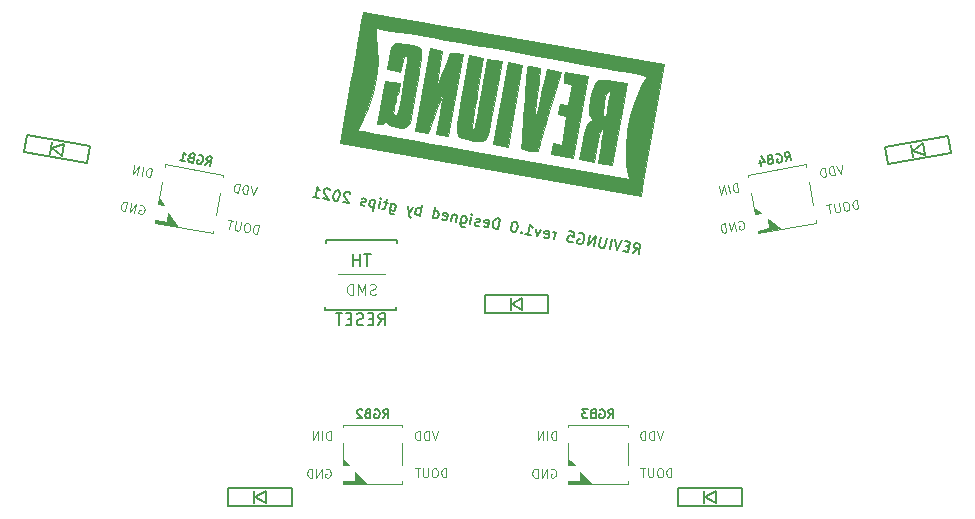
<source format=gbo>
%TF.GenerationSoftware,KiCad,Pcbnew,(5.1.9-0-10_14)*%
%TF.CreationDate,2021-06-24T13:30:28+09:00*%
%TF.ProjectId,reviung5,72657669-756e-4673-952e-6b696361645f,1*%
%TF.SameCoordinates,PX1c9c380PY1c9c380*%
%TF.FileFunction,Legend,Bot*%
%TF.FilePolarity,Positive*%
%FSLAX46Y46*%
G04 Gerber Fmt 4.6, Leading zero omitted, Abs format (unit mm)*
G04 Created by KiCad (PCBNEW (5.1.9-0-10_14)) date 2021-06-24 13:30:28*
%MOMM*%
%LPD*%
G01*
G04 APERTURE LIST*
%ADD10C,0.150000*%
%ADD11C,0.010000*%
%ADD12C,0.100000*%
%ADD13C,0.120000*%
G04 APERTURE END LIST*
D10*
X62333102Y-24611486D02*
X62702965Y-24241520D01*
X62839574Y-24700791D02*
X62995857Y-23814464D01*
X62658209Y-23754928D01*
X62566355Y-23782250D01*
X62516707Y-23817013D01*
X62459617Y-23893984D01*
X62437290Y-24020602D01*
X62464612Y-24112456D01*
X62499376Y-24162104D01*
X62576346Y-24219194D01*
X62913995Y-24278731D01*
X62035110Y-24080241D02*
X61739667Y-24028147D01*
X61531187Y-24470087D02*
X61953247Y-24544508D01*
X62109530Y-23658181D01*
X61687470Y-23583760D01*
X61434234Y-23539108D02*
X60982508Y-24373340D01*
X60843349Y-23434919D01*
X60391623Y-24269151D02*
X60547907Y-23382824D01*
X60125846Y-23308404D02*
X59999331Y-24025906D01*
X59942241Y-24102877D01*
X59892593Y-24137641D01*
X59800739Y-24164962D01*
X59631915Y-24135194D01*
X59554945Y-24078104D01*
X59520181Y-24028456D01*
X59492859Y-23936602D01*
X59619374Y-23219099D01*
X59041030Y-24031005D02*
X59197313Y-23144678D01*
X58534557Y-23941700D01*
X58690841Y-23055374D01*
X57797072Y-22941296D02*
X57888926Y-22913974D01*
X58015544Y-22936300D01*
X58134720Y-23000833D01*
X58204248Y-23100129D01*
X58231570Y-23191983D01*
X58244008Y-23368249D01*
X58221682Y-23494867D01*
X58149707Y-23656250D01*
X58092617Y-23733220D01*
X57993321Y-23802748D01*
X57859261Y-23822627D01*
X57774848Y-23807743D01*
X57655672Y-23743211D01*
X57620908Y-23693563D01*
X57673003Y-23398121D01*
X57841827Y-23427889D01*
X56960393Y-22750249D02*
X57382453Y-22824669D01*
X57350239Y-23254172D01*
X57315475Y-23204524D01*
X57238505Y-23147434D01*
X57027474Y-23110223D01*
X56935620Y-23137545D01*
X56885972Y-23172309D01*
X56828882Y-23249279D01*
X56791672Y-23460310D01*
X56818994Y-23552164D01*
X56853758Y-23601812D01*
X56930728Y-23658902D01*
X57141758Y-23696112D01*
X57233612Y-23668790D01*
X57283260Y-23634026D01*
X55706752Y-23443082D02*
X55810941Y-22852197D01*
X55781173Y-23021022D02*
X55753851Y-22929168D01*
X55719087Y-22879519D01*
X55642117Y-22822429D01*
X55557705Y-22807545D01*
X54827867Y-23244593D02*
X54904837Y-23301683D01*
X55073662Y-23331451D01*
X55165516Y-23304129D01*
X55222606Y-23227159D01*
X55282142Y-22889511D01*
X55254820Y-22797657D01*
X55177850Y-22740567D01*
X55009026Y-22710798D01*
X54917172Y-22738120D01*
X54860082Y-22815090D01*
X54845198Y-22899502D01*
X55252374Y-23058335D01*
X54586966Y-22636378D02*
X54271747Y-23190052D01*
X54164905Y-22561957D01*
X53258802Y-23011442D02*
X53765274Y-23100747D01*
X53512038Y-23056095D02*
X53668321Y-22169768D01*
X53730407Y-22311270D01*
X53799935Y-22410566D01*
X53876905Y-22467656D01*
X52893831Y-22860052D02*
X52844183Y-22894816D01*
X52878947Y-22944464D01*
X52928595Y-22909700D01*
X52893831Y-22860052D01*
X52878947Y-22944464D01*
X52444346Y-21953948D02*
X52359934Y-21939064D01*
X52268080Y-21966386D01*
X52218431Y-22001150D01*
X52161341Y-22078120D01*
X52089367Y-22239502D01*
X52052157Y-22450532D01*
X52064594Y-22626798D01*
X52091916Y-22718652D01*
X52126680Y-22768301D01*
X52203650Y-22825391D01*
X52288062Y-22840275D01*
X52379917Y-22812953D01*
X52429565Y-22778189D01*
X52486655Y-22701219D01*
X52558629Y-22539837D01*
X52595840Y-22328807D01*
X52583402Y-22152540D01*
X52556080Y-22060686D01*
X52521316Y-22011038D01*
X52444346Y-21953948D01*
X50937469Y-22602129D02*
X51093752Y-21715802D01*
X50882722Y-21678592D01*
X50748662Y-21698471D01*
X50649366Y-21767999D01*
X50592275Y-21844969D01*
X50520301Y-22006351D01*
X50497975Y-22132970D01*
X50510413Y-22309236D01*
X50537735Y-22401090D01*
X50607263Y-22500386D01*
X50726439Y-22564919D01*
X50937469Y-22602129D01*
X49720936Y-22344103D02*
X49797906Y-22401193D01*
X49966730Y-22430961D01*
X50058584Y-22403639D01*
X50115674Y-22326669D01*
X50175211Y-21989021D01*
X50147889Y-21897167D01*
X50070919Y-21840077D01*
X49902095Y-21810308D01*
X49810240Y-21837630D01*
X49753150Y-21914600D01*
X49738266Y-21999012D01*
X50145442Y-22157845D01*
X49341081Y-22277124D02*
X49249227Y-22304446D01*
X49080403Y-22274678D01*
X49003433Y-22217588D01*
X48976111Y-22125734D01*
X48983553Y-22083528D01*
X49040643Y-22006558D01*
X49132497Y-21979236D01*
X49259116Y-22001562D01*
X49350970Y-21974240D01*
X49408060Y-21897270D01*
X49415502Y-21855064D01*
X49388180Y-21763210D01*
X49311210Y-21706120D01*
X49184592Y-21683793D01*
X49092738Y-21711115D01*
X48573930Y-22185373D02*
X48678119Y-21594489D01*
X48730214Y-21299046D02*
X48764978Y-21348694D01*
X48715330Y-21383458D01*
X48680566Y-21333810D01*
X48730214Y-21299046D01*
X48715330Y-21383458D01*
X47876204Y-21453089D02*
X47749689Y-22170592D01*
X47777011Y-22262446D01*
X47811775Y-22312094D01*
X47888745Y-22369185D01*
X48015363Y-22391511D01*
X48107217Y-22364189D01*
X47779458Y-22001768D02*
X47856428Y-22058858D01*
X48025252Y-22088626D01*
X48117106Y-22061304D01*
X48166754Y-22026540D01*
X48223844Y-21949570D01*
X48268497Y-21696334D01*
X48241175Y-21604480D01*
X48206411Y-21554832D01*
X48129441Y-21497742D01*
X47960616Y-21467973D01*
X47868762Y-21495295D01*
X47454144Y-21378669D02*
X47349955Y-21969553D01*
X47439260Y-21463081D02*
X47404496Y-21413433D01*
X47327526Y-21356342D01*
X47200908Y-21334016D01*
X47109053Y-21361338D01*
X47051963Y-21438308D01*
X46970101Y-21902575D01*
X46217834Y-21726412D02*
X46294804Y-21783502D01*
X46463628Y-21813270D01*
X46555482Y-21785948D01*
X46612572Y-21708978D01*
X46672109Y-21371330D01*
X46644787Y-21279475D01*
X46567817Y-21222385D01*
X46398993Y-21192617D01*
X46307139Y-21219939D01*
X46250048Y-21296909D01*
X46235164Y-21381321D01*
X46642341Y-21540154D01*
X45408477Y-21627218D02*
X45564760Y-20740891D01*
X45415919Y-21585012D02*
X45492889Y-21642102D01*
X45661713Y-21671871D01*
X45753567Y-21644549D01*
X45803215Y-21609785D01*
X45860306Y-21532815D01*
X45904958Y-21279579D01*
X45877636Y-21187724D01*
X45842872Y-21138076D01*
X45765902Y-21080986D01*
X45597078Y-21051218D01*
X45505224Y-21078540D01*
X44311120Y-21433725D02*
X44467403Y-20547398D01*
X44407866Y-20885046D02*
X44330896Y-20827956D01*
X44162072Y-20798188D01*
X44070218Y-20825510D01*
X44020570Y-20860274D01*
X43963480Y-20937244D01*
X43918827Y-21190480D01*
X43946149Y-21282334D01*
X43980913Y-21331982D01*
X44057883Y-21389072D01*
X44226708Y-21418841D01*
X44318562Y-21391519D01*
X43697806Y-20716325D02*
X43382587Y-21269999D01*
X43275745Y-20641904D02*
X43382587Y-21269999D01*
X43429788Y-21495914D01*
X43464552Y-21545562D01*
X43541522Y-21602652D01*
X41882946Y-20396316D02*
X41756431Y-21113819D01*
X41783753Y-21205673D01*
X41818517Y-21255321D01*
X41895487Y-21312411D01*
X42022105Y-21334738D01*
X42113959Y-21307416D01*
X41786199Y-20944995D02*
X41863169Y-21002085D01*
X42031993Y-21031853D01*
X42123847Y-21004531D01*
X42173495Y-20969767D01*
X42230586Y-20892797D01*
X42275238Y-20639561D01*
X42247916Y-20547707D01*
X42213152Y-20498059D01*
X42136182Y-20440969D01*
X41967358Y-20411200D01*
X41875504Y-20438522D01*
X41587503Y-20344222D02*
X41249855Y-20284685D01*
X41512980Y-20026453D02*
X41379023Y-20786162D01*
X41321932Y-20863132D01*
X41230078Y-20890454D01*
X41145666Y-20875570D01*
X40850224Y-20823475D02*
X40954413Y-20232591D01*
X41006507Y-19937148D02*
X41041271Y-19986796D01*
X40991623Y-20021560D01*
X40956859Y-19971912D01*
X41006507Y-19937148D01*
X40991623Y-20021560D01*
X40532352Y-20158170D02*
X40376069Y-21044497D01*
X40524910Y-20200376D02*
X40447940Y-20143286D01*
X40279116Y-20113518D01*
X40187262Y-20140840D01*
X40137614Y-20175604D01*
X40080524Y-20252574D01*
X40035871Y-20505810D01*
X40063193Y-20597664D01*
X40097957Y-20647312D01*
X40174927Y-20704402D01*
X40343751Y-20734171D01*
X40435605Y-20706849D01*
X39675897Y-20572891D02*
X39584042Y-20600213D01*
X39415218Y-20570445D01*
X39338248Y-20513355D01*
X39310926Y-20421501D01*
X39318368Y-20379295D01*
X39375459Y-20302325D01*
X39467313Y-20275003D01*
X39593931Y-20297329D01*
X39685785Y-20270007D01*
X39742875Y-20193037D01*
X39750317Y-20150831D01*
X39722995Y-20058977D01*
X39646025Y-20001887D01*
X39519407Y-19979560D01*
X39427553Y-20006882D01*
X38417054Y-19567595D02*
X38382290Y-19517946D01*
X38305320Y-19460856D01*
X38094290Y-19423646D01*
X38002436Y-19450968D01*
X37952788Y-19485732D01*
X37895698Y-19562702D01*
X37880813Y-19647114D01*
X37900693Y-19781174D01*
X38317861Y-20376951D01*
X37769182Y-20280205D01*
X37376787Y-19297131D02*
X37292375Y-19282247D01*
X37200521Y-19309569D01*
X37150873Y-19344333D01*
X37093783Y-19421303D01*
X37021808Y-19582685D01*
X36984598Y-19793715D01*
X36997036Y-19969981D01*
X37024358Y-20061835D01*
X37059122Y-20111483D01*
X37136092Y-20168574D01*
X37220504Y-20183458D01*
X37312358Y-20156136D01*
X37362006Y-20121372D01*
X37419096Y-20044402D01*
X37491071Y-19883020D01*
X37528281Y-19671989D01*
X37515843Y-19495723D01*
X37488521Y-19403869D01*
X37453757Y-19354221D01*
X37376787Y-19297131D01*
X36728812Y-19269912D02*
X36694048Y-19220264D01*
X36617078Y-19163174D01*
X36406048Y-19125963D01*
X36314194Y-19153285D01*
X36264546Y-19188049D01*
X36207456Y-19265019D01*
X36192572Y-19349431D01*
X36212451Y-19483492D01*
X36629619Y-20079269D01*
X36080941Y-19982522D01*
X35236820Y-19833681D02*
X35743292Y-19922986D01*
X35490056Y-19878333D02*
X35646339Y-18992006D01*
X35708425Y-19133508D01*
X35777953Y-19232805D01*
X35854923Y-19289895D01*
D11*
%TO.C,G\u002A\u002A\u002A*%
G36*
X42885860Y-6869915D02*
G01*
X42559226Y-6842663D01*
X42337028Y-6848688D01*
X42303490Y-6856526D01*
X42131960Y-6935761D01*
X42000202Y-7064939D01*
X41893164Y-7274510D01*
X41795798Y-7594922D01*
X41693054Y-8056626D01*
X41681088Y-8115804D01*
X41501122Y-9011572D01*
X42080595Y-9140230D01*
X42660066Y-9268887D01*
X42773752Y-8624144D01*
X42857884Y-8230589D01*
X42946450Y-7992797D01*
X43029841Y-7898208D01*
X43154577Y-7868126D01*
X43228180Y-7988154D01*
X43228606Y-7989456D01*
X43229772Y-8123503D01*
X43201958Y-8401119D01*
X43150020Y-8794060D01*
X43078813Y-9274081D01*
X42993192Y-9812939D01*
X42898014Y-10382390D01*
X42798133Y-10954189D01*
X42698405Y-11500093D01*
X42603683Y-11991857D01*
X42518824Y-12401239D01*
X42448684Y-12699992D01*
X42398116Y-12859874D01*
X42388718Y-12875273D01*
X42241627Y-12929834D01*
X42162237Y-12905314D01*
X42105361Y-12838176D01*
X42085504Y-12705244D01*
X42103254Y-12473751D01*
X42159203Y-12110926D01*
X42178569Y-11999595D01*
X42255991Y-11611014D01*
X42329470Y-11334937D01*
X42391534Y-11197439D01*
X42411395Y-11187065D01*
X42472806Y-11116922D01*
X42540073Y-10919909D01*
X42582481Y-10724680D01*
X42666712Y-10246980D01*
X41363893Y-10017258D01*
X40720671Y-13665149D01*
X40934753Y-13702898D01*
X41163900Y-13668577D01*
X41275207Y-13579794D01*
X41401581Y-13418942D01*
X41657646Y-13647228D01*
X41955677Y-13835810D01*
X42367570Y-13955268D01*
X42409556Y-13962945D01*
X42716570Y-14004398D01*
X42927271Y-13987327D01*
X43115293Y-13900457D01*
X43204047Y-13841260D01*
X43502696Y-13632144D01*
X44017681Y-10711521D01*
X44166695Y-9859766D01*
X44284311Y-9164195D01*
X44371297Y-8607564D01*
X44428427Y-8172625D01*
X44456469Y-7842133D01*
X44456196Y-7598842D01*
X44428376Y-7425507D01*
X44373784Y-7304880D01*
X44293186Y-7219716D01*
X44187356Y-7152770D01*
X44176979Y-7147239D01*
X43962488Y-7069104D01*
X43640480Y-6991358D01*
X43263941Y-6922220D01*
X42885860Y-6869915D01*
G37*
X42885860Y-6869915D02*
X42559226Y-6842663D01*
X42337028Y-6848688D01*
X42303490Y-6856526D01*
X42131960Y-6935761D01*
X42000202Y-7064939D01*
X41893164Y-7274510D01*
X41795798Y-7594922D01*
X41693054Y-8056626D01*
X41681088Y-8115804D01*
X41501122Y-9011572D01*
X42080595Y-9140230D01*
X42660066Y-9268887D01*
X42773752Y-8624144D01*
X42857884Y-8230589D01*
X42946450Y-7992797D01*
X43029841Y-7898208D01*
X43154577Y-7868126D01*
X43228180Y-7988154D01*
X43228606Y-7989456D01*
X43229772Y-8123503D01*
X43201958Y-8401119D01*
X43150020Y-8794060D01*
X43078813Y-9274081D01*
X42993192Y-9812939D01*
X42898014Y-10382390D01*
X42798133Y-10954189D01*
X42698405Y-11500093D01*
X42603683Y-11991857D01*
X42518824Y-12401239D01*
X42448684Y-12699992D01*
X42398116Y-12859874D01*
X42388718Y-12875273D01*
X42241627Y-12929834D01*
X42162237Y-12905314D01*
X42105361Y-12838176D01*
X42085504Y-12705244D01*
X42103254Y-12473751D01*
X42159203Y-12110926D01*
X42178569Y-11999595D01*
X42255991Y-11611014D01*
X42329470Y-11334937D01*
X42391534Y-11197439D01*
X42411395Y-11187065D01*
X42472806Y-11116922D01*
X42540073Y-10919909D01*
X42582481Y-10724680D01*
X42666712Y-10246980D01*
X41363893Y-10017258D01*
X40720671Y-13665149D01*
X40934753Y-13702898D01*
X41163900Y-13668577D01*
X41275207Y-13579794D01*
X41401581Y-13418942D01*
X41657646Y-13647228D01*
X41955677Y-13835810D01*
X42367570Y-13955268D01*
X42409556Y-13962945D01*
X42716570Y-14004398D01*
X42927271Y-13987327D01*
X43115293Y-13900457D01*
X43204047Y-13841260D01*
X43502696Y-13632144D01*
X44017681Y-10711521D01*
X44166695Y-9859766D01*
X44284311Y-9164195D01*
X44371297Y-8607564D01*
X44428427Y-8172625D01*
X44456469Y-7842133D01*
X44456196Y-7598842D01*
X44428376Y-7425507D01*
X44373784Y-7304880D01*
X44293186Y-7219716D01*
X44187356Y-7152770D01*
X44176979Y-7147239D01*
X43962488Y-7069104D01*
X43640480Y-6991358D01*
X43263941Y-6922220D01*
X42885860Y-6869915D01*
G36*
X47125678Y-7636974D02*
G01*
X46957257Y-7638344D01*
X46867265Y-7693551D01*
X46821728Y-7778030D01*
X46765316Y-7920274D01*
X46658301Y-8195997D01*
X46512781Y-8573814D01*
X46340852Y-9022333D01*
X46199558Y-9392258D01*
X45655537Y-10818768D01*
X45926759Y-9142658D01*
X46197980Y-7466548D01*
X45159475Y-7283432D01*
X43934291Y-14231797D01*
X45028956Y-14424816D01*
X45607892Y-12847742D01*
X45794341Y-12346816D01*
X45965907Y-11898872D01*
X46111443Y-11531998D01*
X46219803Y-11274277D01*
X46279841Y-11153796D01*
X46280562Y-11152864D01*
X46292290Y-11198391D01*
X46271297Y-11393106D01*
X46221321Y-11713612D01*
X46146098Y-12136517D01*
X46049364Y-12638425D01*
X46019724Y-12786027D01*
X45665149Y-14536994D01*
X46713637Y-14721871D01*
X47938822Y-7773506D01*
X47419349Y-7681909D01*
X47125678Y-7636974D01*
G37*
X47125678Y-7636974D02*
X46957257Y-7638344D01*
X46867265Y-7693551D01*
X46821728Y-7778030D01*
X46765316Y-7920274D01*
X46658301Y-8195997D01*
X46512781Y-8573814D01*
X46340852Y-9022333D01*
X46199558Y-9392258D01*
X45655537Y-10818768D01*
X45926759Y-9142658D01*
X46197980Y-7466548D01*
X45159475Y-7283432D01*
X43934291Y-14231797D01*
X45028956Y-14424816D01*
X45607892Y-12847742D01*
X45794341Y-12346816D01*
X45965907Y-11898872D01*
X46111443Y-11531998D01*
X46219803Y-11274277D01*
X46279841Y-11153796D01*
X46280562Y-11152864D01*
X46292290Y-11198391D01*
X46271297Y-11393106D01*
X46221321Y-11713612D01*
X46146098Y-12136517D01*
X46049364Y-12638425D01*
X46019724Y-12786027D01*
X45665149Y-14536994D01*
X46713637Y-14721871D01*
X47938822Y-7773506D01*
X47419349Y-7681909D01*
X47125678Y-7636974D01*
G36*
X49493848Y-11143912D02*
G01*
X49351939Y-11946025D01*
X49236215Y-12590913D01*
X49142867Y-13095171D01*
X49068088Y-13475393D01*
X49008067Y-13748176D01*
X48958996Y-13930114D01*
X48917068Y-14037801D01*
X48878471Y-14087834D01*
X48839400Y-14096807D01*
X48817526Y-14090715D01*
X48779810Y-14065209D01*
X48755267Y-14010453D01*
X48745918Y-13909125D01*
X48753790Y-13743908D01*
X48780908Y-13497483D01*
X48829294Y-13152528D01*
X48900975Y-12691726D01*
X48997975Y-12097758D01*
X49122318Y-11353304D01*
X49172160Y-11057032D01*
X49673632Y-8079400D01*
X48459949Y-7865395D01*
X47955909Y-10754222D01*
X47833678Y-11466768D01*
X47721832Y-12141822D01*
X47624105Y-12755042D01*
X47544227Y-13282084D01*
X47485936Y-13698604D01*
X47452961Y-13980259D01*
X47446891Y-14073443D01*
X47458268Y-14379853D01*
X47519307Y-14597831D01*
X47657924Y-14751854D01*
X47902037Y-14866403D01*
X48279564Y-14965954D01*
X48522897Y-15016915D01*
X48906985Y-15085887D01*
X49242942Y-15131275D01*
X49481920Y-15147175D01*
X49553300Y-15141455D01*
X49669541Y-15112107D01*
X49767399Y-15072577D01*
X49851943Y-15006463D01*
X49928248Y-14897362D01*
X50001383Y-14728872D01*
X50076421Y-14484592D01*
X50158432Y-14148120D01*
X50252490Y-13703053D01*
X50363666Y-13132991D01*
X50497031Y-12421531D01*
X50649561Y-11596157D01*
X51247200Y-8356862D01*
X50023332Y-8141061D01*
X49493848Y-11143912D01*
G37*
X49493848Y-11143912D02*
X49351939Y-11946025D01*
X49236215Y-12590913D01*
X49142867Y-13095171D01*
X49068088Y-13475393D01*
X49008067Y-13748176D01*
X48958996Y-13930114D01*
X48917068Y-14037801D01*
X48878471Y-14087834D01*
X48839400Y-14096807D01*
X48817526Y-14090715D01*
X48779810Y-14065209D01*
X48755267Y-14010453D01*
X48745918Y-13909125D01*
X48753790Y-13743908D01*
X48780908Y-13497483D01*
X48829294Y-13152528D01*
X48900975Y-12691726D01*
X48997975Y-12097758D01*
X49122318Y-11353304D01*
X49172160Y-11057032D01*
X49673632Y-8079400D01*
X48459949Y-7865395D01*
X47955909Y-10754222D01*
X47833678Y-11466768D01*
X47721832Y-12141822D01*
X47624105Y-12755042D01*
X47544227Y-13282084D01*
X47485936Y-13698604D01*
X47452961Y-13980259D01*
X47446891Y-14073443D01*
X47458268Y-14379853D01*
X47519307Y-14597831D01*
X47657924Y-14751854D01*
X47902037Y-14866403D01*
X48279564Y-14965954D01*
X48522897Y-15016915D01*
X48906985Y-15085887D01*
X49242942Y-15131275D01*
X49481920Y-15147175D01*
X49553300Y-15141455D01*
X49669541Y-15112107D01*
X49767399Y-15072577D01*
X49851943Y-15006463D01*
X49928248Y-14897362D01*
X50001383Y-14728872D01*
X50076421Y-14484592D01*
X50158432Y-14148120D01*
X50252490Y-13703053D01*
X50363666Y-13132991D01*
X50497031Y-12421531D01*
X50649561Y-11596157D01*
X51247200Y-8356862D01*
X50023332Y-8141061D01*
X49493848Y-11143912D01*
G36*
X50535239Y-15395723D02*
G01*
X51751203Y-15610130D01*
X52976387Y-8661764D01*
X51760423Y-8447357D01*
X50535239Y-15395723D01*
G37*
X50535239Y-15395723D02*
X51751203Y-15610130D01*
X52976387Y-8661764D01*
X51760423Y-8447357D01*
X50535239Y-15395723D01*
G36*
X54974950Y-9484328D02*
G01*
X54906994Y-9815962D01*
X54834431Y-10129002D01*
X54806192Y-10237031D01*
X54759948Y-10421223D01*
X54684482Y-10742186D01*
X54587965Y-11164314D01*
X54478561Y-11651995D01*
X54395721Y-12026797D01*
X54288072Y-12509439D01*
X54192605Y-12923200D01*
X54115795Y-13241150D01*
X54064122Y-13436354D01*
X54044839Y-13485705D01*
X54037268Y-13370216D01*
X54054119Y-13080886D01*
X54095308Y-12618554D01*
X54160754Y-11984058D01*
X54250373Y-11178236D01*
X54364084Y-10201926D01*
X54387173Y-10007573D01*
X54515161Y-8933092D01*
X53962910Y-8835715D01*
X53657034Y-8788907D01*
X53483818Y-8786771D01*
X53404361Y-8832990D01*
X53384607Y-8890466D01*
X53372955Y-9010686D01*
X53351190Y-9286357D01*
X53320780Y-9696925D01*
X53283199Y-10221832D01*
X53239916Y-10840521D01*
X53192403Y-11532437D01*
X53142129Y-12277024D01*
X53139953Y-12309536D01*
X53089800Y-13054079D01*
X53042603Y-13745249D01*
X52999795Y-14362784D01*
X52962808Y-14886414D01*
X52933073Y-15295875D01*
X52912024Y-15570901D01*
X52901093Y-15691226D01*
X52900832Y-15692851D01*
X52936645Y-15762627D01*
X53087026Y-15827075D01*
X53376531Y-15894898D01*
X53575148Y-15931741D01*
X53899423Y-15981183D01*
X54146468Y-16004187D01*
X54274370Y-15997338D01*
X54283165Y-15989417D01*
X54311807Y-15884870D01*
X54380782Y-15644993D01*
X54480286Y-15303570D01*
X54600518Y-14894386D01*
X54623065Y-14817970D01*
X54762197Y-14345729D01*
X54898277Y-13882113D01*
X55015532Y-13480956D01*
X55097067Y-13200004D01*
X55167804Y-12954819D01*
X55277161Y-12576288D01*
X55414705Y-12100495D01*
X55570006Y-11563524D01*
X55732630Y-11001460D01*
X55743701Y-10963205D01*
X56243053Y-9237766D01*
X55060897Y-9029320D01*
X54974950Y-9484328D01*
G37*
X54974950Y-9484328D02*
X54906994Y-9815962D01*
X54834431Y-10129002D01*
X54806192Y-10237031D01*
X54759948Y-10421223D01*
X54684482Y-10742186D01*
X54587965Y-11164314D01*
X54478561Y-11651995D01*
X54395721Y-12026797D01*
X54288072Y-12509439D01*
X54192605Y-12923200D01*
X54115795Y-13241150D01*
X54064122Y-13436354D01*
X54044839Y-13485705D01*
X54037268Y-13370216D01*
X54054119Y-13080886D01*
X54095308Y-12618554D01*
X54160754Y-11984058D01*
X54250373Y-11178236D01*
X54364084Y-10201926D01*
X54387173Y-10007573D01*
X54515161Y-8933092D01*
X53962910Y-8835715D01*
X53657034Y-8788907D01*
X53483818Y-8786771D01*
X53404361Y-8832990D01*
X53384607Y-8890466D01*
X53372955Y-9010686D01*
X53351190Y-9286357D01*
X53320780Y-9696925D01*
X53283199Y-10221832D01*
X53239916Y-10840521D01*
X53192403Y-11532437D01*
X53142129Y-12277024D01*
X53139953Y-12309536D01*
X53089800Y-13054079D01*
X53042603Y-13745249D01*
X52999795Y-14362784D01*
X52962808Y-14886414D01*
X52933073Y-15295875D01*
X52912024Y-15570901D01*
X52901093Y-15691226D01*
X52900832Y-15692851D01*
X52936645Y-15762627D01*
X53087026Y-15827075D01*
X53376531Y-15894898D01*
X53575148Y-15931741D01*
X53899423Y-15981183D01*
X54146468Y-16004187D01*
X54274370Y-15997338D01*
X54283165Y-15989417D01*
X54311807Y-15884870D01*
X54380782Y-15644993D01*
X54480286Y-15303570D01*
X54600518Y-14894386D01*
X54623065Y-14817970D01*
X54762197Y-14345729D01*
X54898277Y-13882113D01*
X55015532Y-13480956D01*
X55097067Y-13200004D01*
X55167804Y-12954819D01*
X55277161Y-12576288D01*
X55414705Y-12100495D01*
X55570006Y-11563524D01*
X55732630Y-11001460D01*
X55743701Y-10963205D01*
X56243053Y-9237766D01*
X55060897Y-9029320D01*
X54974950Y-9484328D01*
G36*
X56547705Y-9739259D02*
G01*
X56516532Y-10040262D01*
X56555111Y-10187798D01*
X56578292Y-10200656D01*
X56738324Y-10239366D01*
X56943595Y-10287458D01*
X57201737Y-10347134D01*
X56895441Y-12084226D01*
X56589063Y-12044164D01*
X56364962Y-12016280D01*
X56223708Y-12001278D01*
X56216102Y-12000789D01*
X56164033Y-12077296D01*
X56104660Y-12276261D01*
X56073827Y-12426757D01*
X55998134Y-12856036D01*
X56362556Y-12947831D01*
X56726978Y-13039626D01*
X56525304Y-14235447D01*
X56323629Y-15431267D01*
X55567558Y-15297951D01*
X55399095Y-16253352D01*
X57309895Y-16590277D01*
X58535079Y-9641912D01*
X56624279Y-9304986D01*
X56547705Y-9739259D01*
G37*
X56547705Y-9739259D02*
X56516532Y-10040262D01*
X56555111Y-10187798D01*
X56578292Y-10200656D01*
X56738324Y-10239366D01*
X56943595Y-10287458D01*
X57201737Y-10347134D01*
X56895441Y-12084226D01*
X56589063Y-12044164D01*
X56364962Y-12016280D01*
X56223708Y-12001278D01*
X56216102Y-12000789D01*
X56164033Y-12077296D01*
X56104660Y-12276261D01*
X56073827Y-12426757D01*
X55998134Y-12856036D01*
X56362556Y-12947831D01*
X56726978Y-13039626D01*
X56525304Y-14235447D01*
X56323629Y-15431267D01*
X55567558Y-15297951D01*
X55399095Y-16253352D01*
X57309895Y-16590277D01*
X58535079Y-9641912D01*
X56624279Y-9304986D01*
X56547705Y-9739259D01*
G36*
X60696104Y-10038230D02*
G01*
X60229718Y-9969424D01*
X59903692Y-9928351D01*
X59684087Y-9915675D01*
X59536963Y-9932066D01*
X59428381Y-9978192D01*
X59324401Y-10054718D01*
X59311250Y-10065460D01*
X59128885Y-10301378D01*
X58961878Y-10681789D01*
X58819883Y-11174892D01*
X58712554Y-11748883D01*
X58661110Y-12207204D01*
X58641782Y-12579977D01*
X58661715Y-12830777D01*
X58727846Y-13011031D01*
X58780212Y-13090519D01*
X58891347Y-13252060D01*
X58891050Y-13339522D01*
X58774139Y-13419617D01*
X58753771Y-13430935D01*
X58607705Y-13551254D01*
X58479142Y-13751699D01*
X58360805Y-14053132D01*
X58245422Y-14476408D01*
X58125714Y-15042390D01*
X58051331Y-15444854D01*
X57831023Y-16682166D01*
X59042684Y-16895815D01*
X59315220Y-15489741D01*
X59419021Y-14963128D01*
X59499153Y-14585784D01*
X59563047Y-14333353D01*
X59618133Y-14181477D01*
X59671842Y-14105802D01*
X59731604Y-14081969D01*
X59744898Y-14081281D01*
X59800750Y-14092711D01*
X59833133Y-14145174D01*
X59840417Y-14262878D01*
X59820973Y-14470027D01*
X59773174Y-14790826D01*
X59695390Y-15249483D01*
X59648222Y-15518364D01*
X59394405Y-16957833D01*
X60610369Y-17172240D01*
X61490970Y-12178102D01*
X60275006Y-11963695D01*
X60197279Y-12374053D01*
X60123146Y-12711340D01*
X60060508Y-12943042D01*
X60017269Y-13036646D01*
X60014088Y-13037125D01*
X59908346Y-12962422D01*
X59858757Y-12902270D01*
X59832400Y-12756212D01*
X59844232Y-12487417D01*
X59885898Y-12143284D01*
X59949035Y-11771212D01*
X60025290Y-11418599D01*
X60106303Y-11132848D01*
X60183717Y-10961355D01*
X60204871Y-10939356D01*
X60348682Y-10870429D01*
X60396957Y-10865761D01*
X60408932Y-10951767D01*
X60391505Y-11177774D01*
X60348367Y-11510525D01*
X60283215Y-11916767D01*
X60275006Y-11963695D01*
X61490970Y-12178102D01*
X61837987Y-10210069D01*
X60696104Y-10038230D01*
G37*
X60696104Y-10038230D02*
X60229718Y-9969424D01*
X59903692Y-9928351D01*
X59684087Y-9915675D01*
X59536963Y-9932066D01*
X59428381Y-9978192D01*
X59324401Y-10054718D01*
X59311250Y-10065460D01*
X59128885Y-10301378D01*
X58961878Y-10681789D01*
X58819883Y-11174892D01*
X58712554Y-11748883D01*
X58661110Y-12207204D01*
X58641782Y-12579977D01*
X58661715Y-12830777D01*
X58727846Y-13011031D01*
X58780212Y-13090519D01*
X58891347Y-13252060D01*
X58891050Y-13339522D01*
X58774139Y-13419617D01*
X58753771Y-13430935D01*
X58607705Y-13551254D01*
X58479142Y-13751699D01*
X58360805Y-14053132D01*
X58245422Y-14476408D01*
X58125714Y-15042390D01*
X58051331Y-15444854D01*
X57831023Y-16682166D01*
X59042684Y-16895815D01*
X59315220Y-15489741D01*
X59419021Y-14963128D01*
X59499153Y-14585784D01*
X59563047Y-14333353D01*
X59618133Y-14181477D01*
X59671842Y-14105802D01*
X59731604Y-14081969D01*
X59744898Y-14081281D01*
X59800750Y-14092711D01*
X59833133Y-14145174D01*
X59840417Y-14262878D01*
X59820973Y-14470027D01*
X59773174Y-14790826D01*
X59695390Y-15249483D01*
X59648222Y-15518364D01*
X59394405Y-16957833D01*
X60610369Y-17172240D01*
X61490970Y-12178102D01*
X60275006Y-11963695D01*
X60197279Y-12374053D01*
X60123146Y-12711340D01*
X60060508Y-12943042D01*
X60017269Y-13036646D01*
X60014088Y-13037125D01*
X59908346Y-12962422D01*
X59858757Y-12902270D01*
X59832400Y-12756212D01*
X59844232Y-12487417D01*
X59885898Y-12143284D01*
X59949035Y-11771212D01*
X60025290Y-11418599D01*
X60106303Y-11132848D01*
X60183717Y-10961355D01*
X60204871Y-10939356D01*
X60348682Y-10870429D01*
X60396957Y-10865761D01*
X60408932Y-10951767D01*
X60391505Y-11177774D01*
X60348367Y-11510525D01*
X60283215Y-11916767D01*
X60275006Y-11963695D01*
X61490970Y-12178102D01*
X61837987Y-10210069D01*
X60696104Y-10038230D01*
G36*
X50287110Y-6038864D02*
G01*
X48472172Y-5720669D01*
X46821582Y-5432666D01*
X45336235Y-5175004D01*
X44017031Y-4947837D01*
X42864865Y-4751316D01*
X41880633Y-4585592D01*
X41065232Y-4450817D01*
X40419561Y-4347144D01*
X39944515Y-4274725D01*
X39640991Y-4233710D01*
X39509885Y-4224252D01*
X39504299Y-4226366D01*
X39481966Y-4325437D01*
X39432595Y-4583422D01*
X39358841Y-4985362D01*
X39263357Y-5516301D01*
X39148797Y-6161280D01*
X39017817Y-6905341D01*
X38873068Y-7733527D01*
X38717206Y-8630880D01*
X38552884Y-9582440D01*
X38518194Y-9784009D01*
X37576332Y-15260038D01*
X63022160Y-19746824D01*
X63236567Y-18530860D01*
X61999909Y-18312804D01*
X50502026Y-16285417D01*
X49103931Y-16038600D01*
X47754641Y-15799826D01*
X46464257Y-15570907D01*
X45242879Y-15353663D01*
X44100607Y-15149906D01*
X43047542Y-14961454D01*
X42093785Y-14790122D01*
X41249435Y-14637727D01*
X40524595Y-14506084D01*
X39929363Y-14397008D01*
X39473840Y-14312316D01*
X39168127Y-14253824D01*
X39022325Y-14223348D01*
X39010927Y-14219543D01*
X39053297Y-14130244D01*
X39161317Y-13922649D01*
X39315882Y-13633159D01*
X39409056Y-13460969D01*
X39947093Y-12298127D01*
X40354229Y-11046707D01*
X40624362Y-9742248D01*
X40751390Y-8420285D01*
X40729212Y-7116360D01*
X40635530Y-6317933D01*
X40591336Y-5988180D01*
X40572042Y-5727542D01*
X40580738Y-5583129D01*
X40586592Y-5571769D01*
X40679122Y-5578634D01*
X40935207Y-5614647D01*
X41344733Y-5678093D01*
X41897589Y-5767259D01*
X42583661Y-5880431D01*
X43392835Y-6015894D01*
X44314998Y-6171936D01*
X45340039Y-6346843D01*
X46457843Y-6538899D01*
X47658297Y-6746393D01*
X48931289Y-6967610D01*
X50266705Y-7200835D01*
X51654431Y-7444356D01*
X52114279Y-7525300D01*
X53812717Y-7824791D01*
X55344803Y-8095618D01*
X56717993Y-8339168D01*
X57939746Y-8556827D01*
X59017518Y-8749987D01*
X59958766Y-8920032D01*
X60770949Y-9068349D01*
X61461524Y-9196326D01*
X62037947Y-9305350D01*
X62507677Y-9396810D01*
X62878171Y-9472091D01*
X63156886Y-9532581D01*
X63351279Y-9579669D01*
X63468808Y-9614739D01*
X63516931Y-9639181D01*
X63518147Y-9646760D01*
X63450079Y-9765267D01*
X63320993Y-9998984D01*
X63153062Y-10307582D01*
X63057797Y-10484166D01*
X62506470Y-11690510D01*
X62101982Y-12974560D01*
X61848707Y-14310017D01*
X61751019Y-15670579D01*
X61813297Y-17029945D01*
X61881740Y-17553138D01*
X61999909Y-18312804D01*
X63236567Y-18530860D01*
X64982455Y-8629438D01*
X52265498Y-6387096D01*
X50287110Y-6038864D01*
G37*
X50287110Y-6038864D02*
X48472172Y-5720669D01*
X46821582Y-5432666D01*
X45336235Y-5175004D01*
X44017031Y-4947837D01*
X42864865Y-4751316D01*
X41880633Y-4585592D01*
X41065232Y-4450817D01*
X40419561Y-4347144D01*
X39944515Y-4274725D01*
X39640991Y-4233710D01*
X39509885Y-4224252D01*
X39504299Y-4226366D01*
X39481966Y-4325437D01*
X39432595Y-4583422D01*
X39358841Y-4985362D01*
X39263357Y-5516301D01*
X39148797Y-6161280D01*
X39017817Y-6905341D01*
X38873068Y-7733527D01*
X38717206Y-8630880D01*
X38552884Y-9582440D01*
X38518194Y-9784009D01*
X37576332Y-15260038D01*
X63022160Y-19746824D01*
X63236567Y-18530860D01*
X61999909Y-18312804D01*
X50502026Y-16285417D01*
X49103931Y-16038600D01*
X47754641Y-15799826D01*
X46464257Y-15570907D01*
X45242879Y-15353663D01*
X44100607Y-15149906D01*
X43047542Y-14961454D01*
X42093785Y-14790122D01*
X41249435Y-14637727D01*
X40524595Y-14506084D01*
X39929363Y-14397008D01*
X39473840Y-14312316D01*
X39168127Y-14253824D01*
X39022325Y-14223348D01*
X39010927Y-14219543D01*
X39053297Y-14130244D01*
X39161317Y-13922649D01*
X39315882Y-13633159D01*
X39409056Y-13460969D01*
X39947093Y-12298127D01*
X40354229Y-11046707D01*
X40624362Y-9742248D01*
X40751390Y-8420285D01*
X40729212Y-7116360D01*
X40635530Y-6317933D01*
X40591336Y-5988180D01*
X40572042Y-5727542D01*
X40580738Y-5583129D01*
X40586592Y-5571769D01*
X40679122Y-5578634D01*
X40935207Y-5614647D01*
X41344733Y-5678093D01*
X41897589Y-5767259D01*
X42583661Y-5880431D01*
X43392835Y-6015894D01*
X44314998Y-6171936D01*
X45340039Y-6346843D01*
X46457843Y-6538899D01*
X47658297Y-6746393D01*
X48931289Y-6967610D01*
X50266705Y-7200835D01*
X51654431Y-7444356D01*
X52114279Y-7525300D01*
X53812717Y-7824791D01*
X55344803Y-8095618D01*
X56717993Y-8339168D01*
X57939746Y-8556827D01*
X59017518Y-8749987D01*
X59958766Y-8920032D01*
X60770949Y-9068349D01*
X61461524Y-9196326D01*
X62037947Y-9305350D01*
X62507677Y-9396810D01*
X62878171Y-9472091D01*
X63156886Y-9532581D01*
X63351279Y-9579669D01*
X63468808Y-9614739D01*
X63516931Y-9639181D01*
X63518147Y-9646760D01*
X63450079Y-9765267D01*
X63320993Y-9998984D01*
X63153062Y-10307582D01*
X63057797Y-10484166D01*
X62506470Y-11690510D01*
X62101982Y-12974560D01*
X61848707Y-14310017D01*
X61751019Y-15670579D01*
X61813297Y-17029945D01*
X61881740Y-17553138D01*
X61999909Y-18312804D01*
X63236567Y-18530860D01*
X64982455Y-8629438D01*
X52265498Y-6387096D01*
X50287110Y-6038864D01*
D12*
%TO.C,RGB4*%
G36*
X73188100Y-21239998D02*
G01*
X72585703Y-20818195D01*
X72676000Y-21330295D01*
X73188100Y-21239998D01*
G37*
X73188100Y-21239998D02*
X72585703Y-20818195D01*
X72676000Y-21330295D01*
X73188100Y-21239998D01*
D13*
X77277054Y-18630312D02*
X77606985Y-20501447D01*
X77007899Y-17103860D02*
X77042629Y-17300822D01*
X77876140Y-22027899D02*
X77841410Y-21830937D01*
D12*
G36*
X72917371Y-22699178D02*
G01*
X73902179Y-22525530D01*
X73763261Y-21737684D01*
X74921717Y-22548843D01*
X72952101Y-22896140D01*
X72917371Y-22699178D01*
G37*
X72917371Y-22699178D02*
X73902179Y-22525530D01*
X73763261Y-21737684D01*
X74921717Y-22548843D01*
X72952101Y-22896140D01*
X72917371Y-22699178D01*
D13*
X72674264Y-21320447D02*
X72353015Y-19498553D01*
X72952101Y-22896140D02*
X72919108Y-22709026D01*
X72083860Y-17972101D02*
X72118590Y-18169063D01*
X72952101Y-22896140D02*
X77876140Y-22027899D01*
X77007899Y-17103860D02*
X72083860Y-17972101D01*
D12*
%TO.C,RGB3*%
G36*
X57420000Y-42550000D02*
G01*
X56900000Y-42030000D01*
X56900000Y-42550000D01*
X57420000Y-42550000D01*
G37*
X57420000Y-42550000D02*
X56900000Y-42030000D01*
X56900000Y-42550000D01*
X57420000Y-42550000D01*
D13*
X61900000Y-40690000D02*
X61900000Y-42590000D01*
X61900000Y-39140000D02*
X61900000Y-39340000D01*
X61900000Y-44140000D02*
X61900000Y-43940000D01*
D12*
G36*
X56900000Y-43940000D02*
G01*
X57900000Y-43940000D01*
X57900000Y-43140000D01*
X58900000Y-44140000D01*
X56900000Y-44140000D01*
X56900000Y-43940000D01*
G37*
X56900000Y-43940000D02*
X57900000Y-43940000D01*
X57900000Y-43140000D01*
X58900000Y-44140000D01*
X56900000Y-44140000D01*
X56900000Y-43940000D01*
D13*
X56900000Y-42540000D02*
X56900000Y-40690000D01*
X56900000Y-44140000D02*
X56900000Y-43950000D01*
X56900000Y-39140000D02*
X56900000Y-39340000D01*
X56900000Y-44140000D02*
X61900000Y-44140000D01*
X61900000Y-39140000D02*
X56900000Y-39140000D01*
D12*
%TO.C,RGB2*%
G36*
X38350000Y-42550000D02*
G01*
X37830000Y-42030000D01*
X37830000Y-42550000D01*
X38350000Y-42550000D01*
G37*
X38350000Y-42550000D02*
X37830000Y-42030000D01*
X37830000Y-42550000D01*
X38350000Y-42550000D01*
D13*
X42830000Y-40690000D02*
X42830000Y-42590000D01*
X42830000Y-39140000D02*
X42830000Y-39340000D01*
X42830000Y-44140000D02*
X42830000Y-43940000D01*
D12*
G36*
X37830000Y-43940000D02*
G01*
X38830000Y-43940000D01*
X38830000Y-43140000D01*
X39830000Y-44140000D01*
X37830000Y-44140000D01*
X37830000Y-43940000D01*
G37*
X37830000Y-43940000D02*
X38830000Y-43940000D01*
X38830000Y-43140000D01*
X39830000Y-44140000D01*
X37830000Y-44140000D01*
X37830000Y-43940000D01*
D13*
X37830000Y-42540000D02*
X37830000Y-40690000D01*
X37830000Y-44140000D02*
X37830000Y-43950000D01*
X37830000Y-39140000D02*
X37830000Y-39340000D01*
X37830000Y-44140000D02*
X42830000Y-44140000D01*
X42830000Y-39140000D02*
X37830000Y-39140000D01*
D12*
%TO.C,RGB1*%
G36*
X22662061Y-20552352D02*
G01*
X22240258Y-19949955D01*
X22149961Y-20462055D01*
X22662061Y-20552352D01*
G37*
X22662061Y-20552352D02*
X22240258Y-19949955D01*
X22149961Y-20462055D01*
X22662061Y-20552352D01*
D13*
X27396985Y-19498553D02*
X27067054Y-21369688D01*
X27666140Y-17972101D02*
X27631410Y-18169063D01*
X26797899Y-22896140D02*
X26832629Y-22699178D01*
D12*
G36*
X21908590Y-21830937D02*
G01*
X22893398Y-22004586D01*
X23032316Y-21216739D01*
X23843476Y-22375195D01*
X21873860Y-22027899D01*
X21908590Y-21830937D01*
G37*
X21908590Y-21830937D02*
X22893398Y-22004586D01*
X23032316Y-21216739D01*
X23843476Y-22375195D01*
X21873860Y-22027899D01*
X21908590Y-21830937D01*
D13*
X22151697Y-20452207D02*
X22472946Y-18630312D01*
X21873860Y-22027899D02*
X21906853Y-21840785D01*
X22742101Y-17103860D02*
X22707371Y-17300822D01*
X21873860Y-22027899D02*
X26797899Y-22896140D01*
X27666140Y-17972101D02*
X22742101Y-17103860D01*
D10*
%TO.C,D1*%
X16389217Y-15530244D02*
X16128745Y-17007456D01*
X11071255Y-14592544D02*
X16389217Y-15530244D01*
X10810783Y-16069756D02*
X11071255Y-14592544D01*
X16128745Y-17007456D02*
X10810783Y-16069756D01*
X13020772Y-16205580D02*
X13194420Y-15220772D01*
X14179228Y-15394420D02*
X13206077Y-15730541D01*
X14005580Y-16379228D02*
X14179228Y-15394420D01*
X13206077Y-15730541D02*
X14005580Y-16379228D01*
%TO.C,D2*%
X30400000Y-45250000D02*
X31300000Y-45750000D01*
X31300000Y-45750000D02*
X31300000Y-44750000D01*
X31300000Y-44750000D02*
X30400000Y-45250000D01*
X30300000Y-45750000D02*
X30300000Y-44750000D01*
X33500000Y-46000000D02*
X28100000Y-46000000D01*
X28100000Y-46000000D02*
X28100000Y-44500000D01*
X28100000Y-44500000D02*
X33500000Y-44500000D01*
X33500000Y-44500000D02*
X33500000Y-46000000D01*
%TO.C,D3*%
X55200000Y-28170000D02*
X55200000Y-29670000D01*
X49800000Y-28170000D02*
X55200000Y-28170000D01*
X49800000Y-29670000D02*
X49800000Y-28170000D01*
X55200000Y-29670000D02*
X49800000Y-29670000D01*
X52000000Y-29420000D02*
X52000000Y-28420000D01*
X53000000Y-28420000D02*
X52100000Y-28920000D01*
X53000000Y-29420000D02*
X53000000Y-28420000D01*
X52100000Y-28920000D02*
X53000000Y-29420000D01*
%TO.C,D4*%
X68500000Y-45250000D02*
X69400000Y-45750000D01*
X69400000Y-45750000D02*
X69400000Y-44750000D01*
X69400000Y-44750000D02*
X68500000Y-45250000D01*
X68400000Y-45750000D02*
X68400000Y-44750000D01*
X71600000Y-46000000D02*
X66200000Y-46000000D01*
X66200000Y-46000000D02*
X66200000Y-44500000D01*
X66200000Y-44500000D02*
X71600000Y-44500000D01*
X71600000Y-44500000D02*
X71600000Y-46000000D01*
%TO.C,D5*%
X89008745Y-14682544D02*
X89269217Y-16159756D01*
X83690783Y-15620244D02*
X89008745Y-14682544D01*
X83951255Y-17097456D02*
X83690783Y-15620244D01*
X89269217Y-16159756D02*
X83951255Y-17097456D01*
X86074420Y-16469228D02*
X85900772Y-15484420D01*
X86885580Y-15310772D02*
X86086077Y-15959459D01*
X87059228Y-16295580D02*
X86885580Y-15310772D01*
X86086077Y-15959459D02*
X87059228Y-16295580D01*
D13*
%TO.C,reset1*%
X37360000Y-26350000D02*
X41360000Y-26350000D01*
D10*
X42280000Y-29400000D02*
X42280000Y-29150000D01*
X36280000Y-29400000D02*
X42280000Y-29400000D01*
X36280000Y-29400000D02*
X36280000Y-29150000D01*
X36360000Y-23500000D02*
X36360000Y-23750000D01*
X42360000Y-23500000D02*
X42360000Y-23750000D01*
X36360000Y-23500000D02*
X42360000Y-23500000D01*
%TO.C,RGB4*%
X75310219Y-16833843D02*
X75494403Y-16438713D01*
X75732279Y-16759422D02*
X75602043Y-16020816D01*
X75320669Y-16070430D01*
X75256528Y-16118005D01*
X75227558Y-16159378D01*
X75204789Y-16235924D01*
X75223395Y-16341439D01*
X75270970Y-16405580D01*
X75312343Y-16434550D01*
X75388888Y-16457319D01*
X75670262Y-16407705D01*
X74482750Y-16254443D02*
X74546892Y-16206868D01*
X74652407Y-16188263D01*
X74764124Y-16204829D01*
X74846871Y-16262769D01*
X74894446Y-16326911D01*
X74954424Y-16461396D01*
X74973030Y-16566911D01*
X74962665Y-16713800D01*
X74939896Y-16790345D01*
X74881956Y-16873091D01*
X74782643Y-16926868D01*
X74712300Y-16939272D01*
X74600583Y-16922705D01*
X74559209Y-16893735D01*
X74515797Y-16647533D01*
X74656484Y-16622726D01*
X73940647Y-16676417D02*
X73841333Y-16730194D01*
X73812363Y-16771568D01*
X73789595Y-16848113D01*
X73808200Y-16953628D01*
X73855775Y-17017770D01*
X73897149Y-17046740D01*
X73973694Y-17069508D01*
X74255067Y-17019894D01*
X74124831Y-16281288D01*
X73878629Y-16324700D01*
X73814488Y-16372276D01*
X73785518Y-16413649D01*
X73762749Y-16490194D01*
X73775153Y-16560538D01*
X73822728Y-16624679D01*
X73864101Y-16653649D01*
X73940647Y-16676417D01*
X74186849Y-16633005D01*
X73113092Y-16713542D02*
X73199916Y-17205946D01*
X73239337Y-16401160D02*
X73508221Y-16897727D01*
X73050989Y-16978349D01*
D12*
X81440146Y-20830104D02*
X81309910Y-20091498D01*
X81134052Y-20122506D01*
X81034738Y-20176283D01*
X80976798Y-20259030D01*
X80954030Y-20335575D01*
X80943665Y-20482464D01*
X80962270Y-20587979D01*
X81022249Y-20722464D01*
X81069824Y-20786606D01*
X81152571Y-20844546D01*
X81264288Y-20861112D01*
X81440146Y-20830104D01*
X80430618Y-20246541D02*
X80289931Y-20271348D01*
X80225789Y-20318923D01*
X80167849Y-20401670D01*
X80157484Y-20548558D01*
X80200896Y-20794760D01*
X80260875Y-20929245D01*
X80343622Y-20987185D01*
X80420167Y-21009954D01*
X80560854Y-20985147D01*
X80624995Y-20937571D01*
X80682935Y-20854825D01*
X80693300Y-20707936D01*
X80649888Y-20461734D01*
X80589910Y-20327249D01*
X80507163Y-20269309D01*
X80430618Y-20246541D01*
X79797527Y-20358172D02*
X79902956Y-20956091D01*
X79880188Y-21032636D01*
X79851218Y-21074009D01*
X79787076Y-21121584D01*
X79646389Y-21146391D01*
X79569844Y-21123623D01*
X79528471Y-21094653D01*
X79480896Y-21030511D01*
X79375466Y-20432592D01*
X79129265Y-20476004D02*
X78707204Y-20550425D01*
X79048470Y-21251821D02*
X78918234Y-20513215D01*
X80055967Y-17114008D02*
X79940002Y-17896026D01*
X79563564Y-17200832D01*
X79447598Y-17982850D02*
X79317362Y-17244244D01*
X79141503Y-17275252D01*
X79042190Y-17329029D01*
X78984250Y-17411776D01*
X78961481Y-17488321D01*
X78951117Y-17635210D01*
X78969722Y-17740725D01*
X79029700Y-17875210D01*
X79077276Y-17939352D01*
X79160022Y-17997292D01*
X79271739Y-18013858D01*
X79447598Y-17982850D01*
X78708992Y-18113086D02*
X78578756Y-17374480D01*
X78402897Y-17405489D01*
X78303584Y-17459265D01*
X78245644Y-17542012D01*
X78222876Y-17618557D01*
X78212511Y-17765446D01*
X78231116Y-17870961D01*
X78291095Y-18005446D01*
X78338670Y-18069588D01*
X78421417Y-18127528D01*
X78533133Y-18144094D01*
X78708992Y-18113086D01*
X71291280Y-19421029D02*
X71161043Y-18682423D01*
X70985185Y-18713431D01*
X70885871Y-18767208D01*
X70827931Y-18849955D01*
X70805163Y-18926500D01*
X70794798Y-19073389D01*
X70813404Y-19178904D01*
X70873382Y-19313389D01*
X70920957Y-19377531D01*
X71003704Y-19435471D01*
X71115421Y-19452037D01*
X71291280Y-19421029D01*
X70552674Y-19551265D02*
X70422438Y-18812659D01*
X70200957Y-19613282D02*
X70070721Y-18874676D01*
X69778896Y-19687703D01*
X69648660Y-18949097D01*
X71281537Y-21936653D02*
X71345678Y-21889078D01*
X71451194Y-21870473D01*
X71562910Y-21887039D01*
X71645657Y-21944979D01*
X71693232Y-22009121D01*
X71753211Y-22143606D01*
X71771816Y-22249121D01*
X71761451Y-22396010D01*
X71738683Y-22472555D01*
X71680743Y-22555302D01*
X71581430Y-22609079D01*
X71511086Y-22621482D01*
X71399369Y-22604915D01*
X71357996Y-22575945D01*
X71314584Y-22329744D01*
X71455271Y-22304937D01*
X71053854Y-22702104D02*
X70923618Y-21963499D01*
X70631794Y-22776525D01*
X70501557Y-22037919D01*
X70280077Y-22838542D02*
X70149840Y-22099936D01*
X69973982Y-22130945D01*
X69874669Y-22184722D01*
X69816729Y-22267469D01*
X69793960Y-22344014D01*
X69783595Y-22490902D01*
X69802201Y-22596418D01*
X69862179Y-22730903D01*
X69909754Y-22795044D01*
X69992501Y-22852984D01*
X70104218Y-22869551D01*
X70280077Y-22838542D01*
%TO.C,RGB3*%
D10*
X60275000Y-38579285D02*
X60525000Y-38222142D01*
X60703571Y-38579285D02*
X60703571Y-37829285D01*
X60417857Y-37829285D01*
X60346428Y-37865000D01*
X60310714Y-37900714D01*
X60275000Y-37972142D01*
X60275000Y-38079285D01*
X60310714Y-38150714D01*
X60346428Y-38186428D01*
X60417857Y-38222142D01*
X60703571Y-38222142D01*
X59560714Y-37865000D02*
X59632142Y-37829285D01*
X59739285Y-37829285D01*
X59846428Y-37865000D01*
X59917857Y-37936428D01*
X59953571Y-38007857D01*
X59989285Y-38150714D01*
X59989285Y-38257857D01*
X59953571Y-38400714D01*
X59917857Y-38472142D01*
X59846428Y-38543571D01*
X59739285Y-38579285D01*
X59667857Y-38579285D01*
X59560714Y-38543571D01*
X59525000Y-38507857D01*
X59525000Y-38257857D01*
X59667857Y-38257857D01*
X58953571Y-38186428D02*
X58846428Y-38222142D01*
X58810714Y-38257857D01*
X58775000Y-38329285D01*
X58775000Y-38436428D01*
X58810714Y-38507857D01*
X58846428Y-38543571D01*
X58917857Y-38579285D01*
X59203571Y-38579285D01*
X59203571Y-37829285D01*
X58953571Y-37829285D01*
X58882142Y-37865000D01*
X58846428Y-37900714D01*
X58810714Y-37972142D01*
X58810714Y-38043571D01*
X58846428Y-38115000D01*
X58882142Y-38150714D01*
X58953571Y-38186428D01*
X59203571Y-38186428D01*
X58525000Y-37829285D02*
X58060714Y-37829285D01*
X58310714Y-38115000D01*
X58203571Y-38115000D01*
X58132142Y-38150714D01*
X58096428Y-38186428D01*
X58060714Y-38257857D01*
X58060714Y-38436428D01*
X58096428Y-38507857D01*
X58132142Y-38543571D01*
X58203571Y-38579285D01*
X58417857Y-38579285D01*
X58489285Y-38543571D01*
X58525000Y-38507857D01*
D12*
X65617857Y-43579285D02*
X65617857Y-42829285D01*
X65439285Y-42829285D01*
X65332142Y-42865000D01*
X65260714Y-42936428D01*
X65225000Y-43007857D01*
X65189285Y-43150714D01*
X65189285Y-43257857D01*
X65225000Y-43400714D01*
X65260714Y-43472142D01*
X65332142Y-43543571D01*
X65439285Y-43579285D01*
X65617857Y-43579285D01*
X64725000Y-42829285D02*
X64582142Y-42829285D01*
X64510714Y-42865000D01*
X64439285Y-42936428D01*
X64403571Y-43079285D01*
X64403571Y-43329285D01*
X64439285Y-43472142D01*
X64510714Y-43543571D01*
X64582142Y-43579285D01*
X64725000Y-43579285D01*
X64796428Y-43543571D01*
X64867857Y-43472142D01*
X64903571Y-43329285D01*
X64903571Y-43079285D01*
X64867857Y-42936428D01*
X64796428Y-42865000D01*
X64725000Y-42829285D01*
X64082142Y-42829285D02*
X64082142Y-43436428D01*
X64046428Y-43507857D01*
X64010714Y-43543571D01*
X63939285Y-43579285D01*
X63796428Y-43579285D01*
X63725000Y-43543571D01*
X63689285Y-43507857D01*
X63653571Y-43436428D01*
X63653571Y-42829285D01*
X63403571Y-42829285D02*
X62975000Y-42829285D01*
X63189285Y-43579285D02*
X63189285Y-42829285D01*
X64900000Y-39679285D02*
X64650000Y-40429285D01*
X64400000Y-39679285D01*
X64150000Y-40429285D02*
X64150000Y-39679285D01*
X63971428Y-39679285D01*
X63864285Y-39715000D01*
X63792857Y-39786428D01*
X63757142Y-39857857D01*
X63721428Y-40000714D01*
X63721428Y-40107857D01*
X63757142Y-40250714D01*
X63792857Y-40322142D01*
X63864285Y-40393571D01*
X63971428Y-40429285D01*
X64150000Y-40429285D01*
X63400000Y-40429285D02*
X63400000Y-39679285D01*
X63221428Y-39679285D01*
X63114285Y-39715000D01*
X63042857Y-39786428D01*
X63007142Y-39857857D01*
X62971428Y-40000714D01*
X62971428Y-40107857D01*
X63007142Y-40250714D01*
X63042857Y-40322142D01*
X63114285Y-40393571D01*
X63221428Y-40429285D01*
X63400000Y-40429285D01*
X55867857Y-40429285D02*
X55867857Y-39679285D01*
X55689285Y-39679285D01*
X55582142Y-39715000D01*
X55510714Y-39786428D01*
X55475000Y-39857857D01*
X55439285Y-40000714D01*
X55439285Y-40107857D01*
X55475000Y-40250714D01*
X55510714Y-40322142D01*
X55582142Y-40393571D01*
X55689285Y-40429285D01*
X55867857Y-40429285D01*
X55117857Y-40429285D02*
X55117857Y-39679285D01*
X54760714Y-40429285D02*
X54760714Y-39679285D01*
X54332142Y-40429285D01*
X54332142Y-39679285D01*
X55421428Y-42905000D02*
X55492857Y-42869285D01*
X55600000Y-42869285D01*
X55707142Y-42905000D01*
X55778571Y-42976428D01*
X55814285Y-43047857D01*
X55850000Y-43190714D01*
X55850000Y-43297857D01*
X55814285Y-43440714D01*
X55778571Y-43512142D01*
X55707142Y-43583571D01*
X55600000Y-43619285D01*
X55528571Y-43619285D01*
X55421428Y-43583571D01*
X55385714Y-43547857D01*
X55385714Y-43297857D01*
X55528571Y-43297857D01*
X55064285Y-43619285D02*
X55064285Y-42869285D01*
X54635714Y-43619285D01*
X54635714Y-42869285D01*
X54278571Y-43619285D02*
X54278571Y-42869285D01*
X54100000Y-42869285D01*
X53992857Y-42905000D01*
X53921428Y-42976428D01*
X53885714Y-43047857D01*
X53850000Y-43190714D01*
X53850000Y-43297857D01*
X53885714Y-43440714D01*
X53921428Y-43512142D01*
X53992857Y-43583571D01*
X54100000Y-43619285D01*
X54278571Y-43619285D01*
%TO.C,RGB2*%
D10*
X41205000Y-38579285D02*
X41455000Y-38222142D01*
X41633571Y-38579285D02*
X41633571Y-37829285D01*
X41347857Y-37829285D01*
X41276428Y-37865000D01*
X41240714Y-37900714D01*
X41205000Y-37972142D01*
X41205000Y-38079285D01*
X41240714Y-38150714D01*
X41276428Y-38186428D01*
X41347857Y-38222142D01*
X41633571Y-38222142D01*
X40490714Y-37865000D02*
X40562142Y-37829285D01*
X40669285Y-37829285D01*
X40776428Y-37865000D01*
X40847857Y-37936428D01*
X40883571Y-38007857D01*
X40919285Y-38150714D01*
X40919285Y-38257857D01*
X40883571Y-38400714D01*
X40847857Y-38472142D01*
X40776428Y-38543571D01*
X40669285Y-38579285D01*
X40597857Y-38579285D01*
X40490714Y-38543571D01*
X40455000Y-38507857D01*
X40455000Y-38257857D01*
X40597857Y-38257857D01*
X39883571Y-38186428D02*
X39776428Y-38222142D01*
X39740714Y-38257857D01*
X39705000Y-38329285D01*
X39705000Y-38436428D01*
X39740714Y-38507857D01*
X39776428Y-38543571D01*
X39847857Y-38579285D01*
X40133571Y-38579285D01*
X40133571Y-37829285D01*
X39883571Y-37829285D01*
X39812142Y-37865000D01*
X39776428Y-37900714D01*
X39740714Y-37972142D01*
X39740714Y-38043571D01*
X39776428Y-38115000D01*
X39812142Y-38150714D01*
X39883571Y-38186428D01*
X40133571Y-38186428D01*
X39419285Y-37900714D02*
X39383571Y-37865000D01*
X39312142Y-37829285D01*
X39133571Y-37829285D01*
X39062142Y-37865000D01*
X39026428Y-37900714D01*
X38990714Y-37972142D01*
X38990714Y-38043571D01*
X39026428Y-38150714D01*
X39455000Y-38579285D01*
X38990714Y-38579285D01*
D12*
X46547857Y-43579285D02*
X46547857Y-42829285D01*
X46369285Y-42829285D01*
X46262142Y-42865000D01*
X46190714Y-42936428D01*
X46155000Y-43007857D01*
X46119285Y-43150714D01*
X46119285Y-43257857D01*
X46155000Y-43400714D01*
X46190714Y-43472142D01*
X46262142Y-43543571D01*
X46369285Y-43579285D01*
X46547857Y-43579285D01*
X45655000Y-42829285D02*
X45512142Y-42829285D01*
X45440714Y-42865000D01*
X45369285Y-42936428D01*
X45333571Y-43079285D01*
X45333571Y-43329285D01*
X45369285Y-43472142D01*
X45440714Y-43543571D01*
X45512142Y-43579285D01*
X45655000Y-43579285D01*
X45726428Y-43543571D01*
X45797857Y-43472142D01*
X45833571Y-43329285D01*
X45833571Y-43079285D01*
X45797857Y-42936428D01*
X45726428Y-42865000D01*
X45655000Y-42829285D01*
X45012142Y-42829285D02*
X45012142Y-43436428D01*
X44976428Y-43507857D01*
X44940714Y-43543571D01*
X44869285Y-43579285D01*
X44726428Y-43579285D01*
X44655000Y-43543571D01*
X44619285Y-43507857D01*
X44583571Y-43436428D01*
X44583571Y-42829285D01*
X44333571Y-42829285D02*
X43905000Y-42829285D01*
X44119285Y-43579285D02*
X44119285Y-42829285D01*
X45830000Y-39679285D02*
X45580000Y-40429285D01*
X45330000Y-39679285D01*
X45080000Y-40429285D02*
X45080000Y-39679285D01*
X44901428Y-39679285D01*
X44794285Y-39715000D01*
X44722857Y-39786428D01*
X44687142Y-39857857D01*
X44651428Y-40000714D01*
X44651428Y-40107857D01*
X44687142Y-40250714D01*
X44722857Y-40322142D01*
X44794285Y-40393571D01*
X44901428Y-40429285D01*
X45080000Y-40429285D01*
X44330000Y-40429285D02*
X44330000Y-39679285D01*
X44151428Y-39679285D01*
X44044285Y-39715000D01*
X43972857Y-39786428D01*
X43937142Y-39857857D01*
X43901428Y-40000714D01*
X43901428Y-40107857D01*
X43937142Y-40250714D01*
X43972857Y-40322142D01*
X44044285Y-40393571D01*
X44151428Y-40429285D01*
X44330000Y-40429285D01*
X36797857Y-40429285D02*
X36797857Y-39679285D01*
X36619285Y-39679285D01*
X36512142Y-39715000D01*
X36440714Y-39786428D01*
X36405000Y-39857857D01*
X36369285Y-40000714D01*
X36369285Y-40107857D01*
X36405000Y-40250714D01*
X36440714Y-40322142D01*
X36512142Y-40393571D01*
X36619285Y-40429285D01*
X36797857Y-40429285D01*
X36047857Y-40429285D02*
X36047857Y-39679285D01*
X35690714Y-40429285D02*
X35690714Y-39679285D01*
X35262142Y-40429285D01*
X35262142Y-39679285D01*
X36351428Y-42905000D02*
X36422857Y-42869285D01*
X36530000Y-42869285D01*
X36637142Y-42905000D01*
X36708571Y-42976428D01*
X36744285Y-43047857D01*
X36780000Y-43190714D01*
X36780000Y-43297857D01*
X36744285Y-43440714D01*
X36708571Y-43512142D01*
X36637142Y-43583571D01*
X36530000Y-43619285D01*
X36458571Y-43619285D01*
X36351428Y-43583571D01*
X36315714Y-43547857D01*
X36315714Y-43297857D01*
X36458571Y-43297857D01*
X35994285Y-43619285D02*
X35994285Y-42869285D01*
X35565714Y-43619285D01*
X35565714Y-42869285D01*
X35208571Y-43619285D02*
X35208571Y-42869285D01*
X35030000Y-42869285D01*
X34922857Y-42905000D01*
X34851428Y-42976428D01*
X34815714Y-43047857D01*
X34780000Y-43190714D01*
X34780000Y-43297857D01*
X34815714Y-43440714D01*
X34851428Y-43512142D01*
X34922857Y-43583571D01*
X35030000Y-43619285D01*
X35208571Y-43619285D01*
%TO.C,RGB1*%
D10*
X26163194Y-17137727D02*
X26471413Y-16829422D01*
X26585254Y-17212148D02*
X26715491Y-16473542D01*
X26434117Y-16423928D01*
X26357572Y-16446696D01*
X26316198Y-16475666D01*
X26268623Y-16539808D01*
X26250018Y-16645323D01*
X26272786Y-16721868D01*
X26301756Y-16763242D01*
X26365898Y-16810817D01*
X26647272Y-16860430D01*
X25583794Y-16310258D02*
X25660339Y-16287490D01*
X25765854Y-16306095D01*
X25865168Y-16359872D01*
X25923108Y-16442619D01*
X25945876Y-16519164D01*
X25956241Y-16666053D01*
X25937636Y-16771568D01*
X25877657Y-16906053D01*
X25830082Y-16970195D01*
X25747335Y-17028135D01*
X25635618Y-17044701D01*
X25565275Y-17032298D01*
X25465962Y-16978521D01*
X25436992Y-16937147D01*
X25480404Y-16690945D01*
X25621090Y-16715752D01*
X24930060Y-16521374D02*
X24818343Y-16537941D01*
X24776969Y-16566911D01*
X24729394Y-16631053D01*
X24710789Y-16736568D01*
X24733557Y-16813113D01*
X24762527Y-16854486D01*
X24826669Y-16902061D01*
X25108043Y-16951675D01*
X25238279Y-16213069D01*
X24992077Y-16169657D01*
X24915532Y-16192426D01*
X24874158Y-16221396D01*
X24826583Y-16285537D01*
X24814180Y-16355881D01*
X24836948Y-16432426D01*
X24865918Y-16473799D01*
X24930060Y-16521374D01*
X25176262Y-16564786D01*
X23982548Y-16753220D02*
X24404609Y-16827641D01*
X24193578Y-16790431D02*
X24323815Y-16051825D01*
X24375553Y-16169743D01*
X24433493Y-16252490D01*
X24497634Y-16300065D01*
D12*
X30556640Y-22989543D02*
X30686876Y-22250937D01*
X30511017Y-22219928D01*
X30399300Y-22236495D01*
X30316554Y-22294435D01*
X30268978Y-22358577D01*
X30209000Y-22493062D01*
X30190395Y-22598577D01*
X30200760Y-22745465D01*
X30223528Y-22822010D01*
X30281468Y-22904757D01*
X30380781Y-22958534D01*
X30556640Y-22989543D01*
X29807583Y-22095894D02*
X29666896Y-22071087D01*
X29590351Y-22093855D01*
X29507604Y-22151795D01*
X29447626Y-22286280D01*
X29404214Y-22532482D01*
X29414579Y-22679371D01*
X29472519Y-22762118D01*
X29536660Y-22809693D01*
X29677347Y-22834500D01*
X29753892Y-22811732D01*
X29836639Y-22753792D01*
X29896618Y-22619306D01*
X29940030Y-22373104D01*
X29929665Y-22226216D01*
X29871725Y-22143469D01*
X29807583Y-22095894D01*
X29174492Y-21984263D02*
X29069063Y-22582182D01*
X29021488Y-22646324D01*
X28980115Y-22675294D01*
X28903570Y-22698062D01*
X28762883Y-22673255D01*
X28698741Y-22625680D01*
X28669771Y-22584306D01*
X28647003Y-22507761D01*
X28752432Y-21909842D01*
X28506230Y-21866430D02*
X28084170Y-21792010D01*
X28164964Y-22567826D02*
X28295200Y-21829220D01*
X30526917Y-19024138D02*
X30150479Y-19719332D01*
X30034513Y-18937314D01*
X29658075Y-19632508D02*
X29788311Y-18893902D01*
X29612453Y-18862893D01*
X29500736Y-18879460D01*
X29417989Y-18937400D01*
X29370414Y-19001542D01*
X29310435Y-19136027D01*
X29291830Y-19241542D01*
X29302195Y-19388430D01*
X29324963Y-19464975D01*
X29382903Y-19547722D01*
X29482217Y-19601499D01*
X29658075Y-19632508D01*
X28919469Y-19502272D02*
X29049705Y-18763666D01*
X28873847Y-18732657D01*
X28762130Y-18749224D01*
X28679383Y-18807164D01*
X28631808Y-18871305D01*
X28571829Y-19005790D01*
X28553224Y-19111306D01*
X28563589Y-19258194D01*
X28586357Y-19334739D01*
X28644297Y-19417486D01*
X28743611Y-19471263D01*
X28919469Y-19502272D01*
X21501756Y-18194329D02*
X21631992Y-17455723D01*
X21456133Y-17424714D01*
X21344417Y-17441281D01*
X21261670Y-17499221D01*
X21214095Y-17563362D01*
X21154116Y-17697848D01*
X21135511Y-17803363D01*
X21145876Y-17950251D01*
X21168644Y-18026796D01*
X21226584Y-18109543D01*
X21325897Y-18163320D01*
X21501756Y-18194329D01*
X20763150Y-18064093D02*
X20893386Y-17325487D01*
X20411433Y-18002075D02*
X20541669Y-17263470D01*
X19989372Y-17927655D01*
X20119609Y-17189049D01*
X20632207Y-20554910D02*
X20708752Y-20532142D01*
X20814267Y-20550747D01*
X20913580Y-20604524D01*
X20971520Y-20687271D01*
X20994289Y-20763816D01*
X21004654Y-20910704D01*
X20986048Y-21016220D01*
X20926070Y-21150705D01*
X20878495Y-21214846D01*
X20795748Y-21272786D01*
X20684031Y-21289353D01*
X20613688Y-21276949D01*
X20514374Y-21223173D01*
X20485404Y-21181799D01*
X20528816Y-20935597D01*
X20669503Y-20960404D01*
X20156455Y-21196327D02*
X20286692Y-20457721D01*
X19734395Y-21121906D01*
X19864631Y-20383301D01*
X19382678Y-21059889D02*
X19512914Y-20321283D01*
X19337055Y-20290275D01*
X19225339Y-20306841D01*
X19142592Y-20364781D01*
X19095017Y-20428923D01*
X19035038Y-20563408D01*
X19016433Y-20668923D01*
X19026798Y-20815812D01*
X19049566Y-20892357D01*
X19107506Y-20975104D01*
X19206819Y-21028881D01*
X19382678Y-21059889D01*
%TO.C,reset1*%
D10*
X40169523Y-24702380D02*
X39598095Y-24702380D01*
X39883809Y-25702380D02*
X39883809Y-24702380D01*
X39264761Y-25702380D02*
X39264761Y-24702380D01*
X39264761Y-25178571D02*
X38693333Y-25178571D01*
X38693333Y-25702380D02*
X38693333Y-24702380D01*
D13*
X40581428Y-28114285D02*
X40452857Y-28157142D01*
X40238571Y-28157142D01*
X40152857Y-28114285D01*
X40110000Y-28071428D01*
X40067142Y-27985714D01*
X40067142Y-27900000D01*
X40110000Y-27814285D01*
X40152857Y-27771428D01*
X40238571Y-27728571D01*
X40410000Y-27685714D01*
X40495714Y-27642857D01*
X40538571Y-27600000D01*
X40581428Y-27514285D01*
X40581428Y-27428571D01*
X40538571Y-27342857D01*
X40495714Y-27300000D01*
X40410000Y-27257142D01*
X40195714Y-27257142D01*
X40067142Y-27300000D01*
X39681428Y-28157142D02*
X39681428Y-27257142D01*
X39381428Y-27900000D01*
X39081428Y-27257142D01*
X39081428Y-28157142D01*
X38652857Y-28157142D02*
X38652857Y-27257142D01*
X38438571Y-27257142D01*
X38310000Y-27300000D01*
X38224285Y-27385714D01*
X38181428Y-27471428D01*
X38138571Y-27642857D01*
X38138571Y-27771428D01*
X38181428Y-27942857D01*
X38224285Y-28028571D01*
X38310000Y-28114285D01*
X38438571Y-28157142D01*
X38652857Y-28157142D01*
D10*
X40812380Y-30702380D02*
X41145714Y-30226190D01*
X41383809Y-30702380D02*
X41383809Y-29702380D01*
X41002857Y-29702380D01*
X40907619Y-29750000D01*
X40860000Y-29797619D01*
X40812380Y-29892857D01*
X40812380Y-30035714D01*
X40860000Y-30130952D01*
X40907619Y-30178571D01*
X41002857Y-30226190D01*
X41383809Y-30226190D01*
X40383809Y-30178571D02*
X40050476Y-30178571D01*
X39907619Y-30702380D02*
X40383809Y-30702380D01*
X40383809Y-29702380D01*
X39907619Y-29702380D01*
X39526666Y-30654761D02*
X39383809Y-30702380D01*
X39145714Y-30702380D01*
X39050476Y-30654761D01*
X39002857Y-30607142D01*
X38955238Y-30511904D01*
X38955238Y-30416666D01*
X39002857Y-30321428D01*
X39050476Y-30273809D01*
X39145714Y-30226190D01*
X39336190Y-30178571D01*
X39431428Y-30130952D01*
X39479047Y-30083333D01*
X39526666Y-29988095D01*
X39526666Y-29892857D01*
X39479047Y-29797619D01*
X39431428Y-29750000D01*
X39336190Y-29702380D01*
X39098095Y-29702380D01*
X38955238Y-29750000D01*
X38526666Y-30178571D02*
X38193333Y-30178571D01*
X38050476Y-30702380D02*
X38526666Y-30702380D01*
X38526666Y-29702380D01*
X38050476Y-29702380D01*
X37764761Y-29702380D02*
X37193333Y-29702380D01*
X37479047Y-30702380D02*
X37479047Y-29702380D01*
%TO.C,U1*%
%TD*%
M02*

</source>
